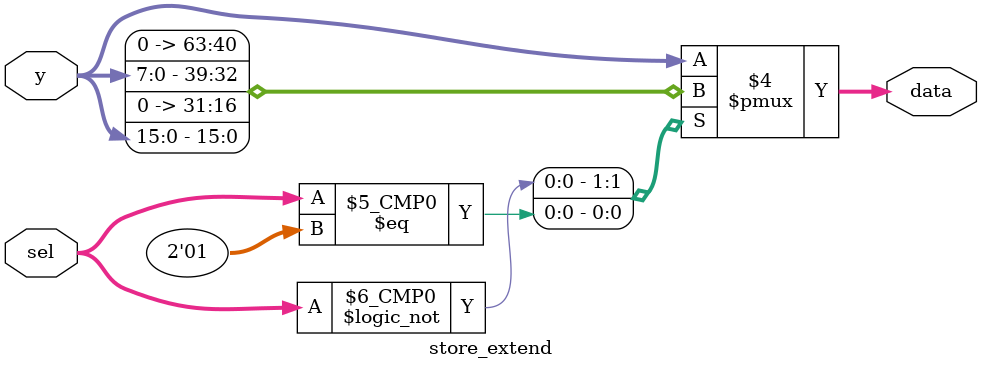
<source format=v>


module store_extend (
    input   [31:0] y,
    input   [1:0] sel,
    output reg [31:0] data
);

always @(*) begin
    case(sel)
        2'b00: data = {24'b0, y[7:0]};
        2'b01: data = {16'b0, y[15:0]};
        2'b10: data = y;
        default: data = y;
    endcase
end

endmodule

</source>
